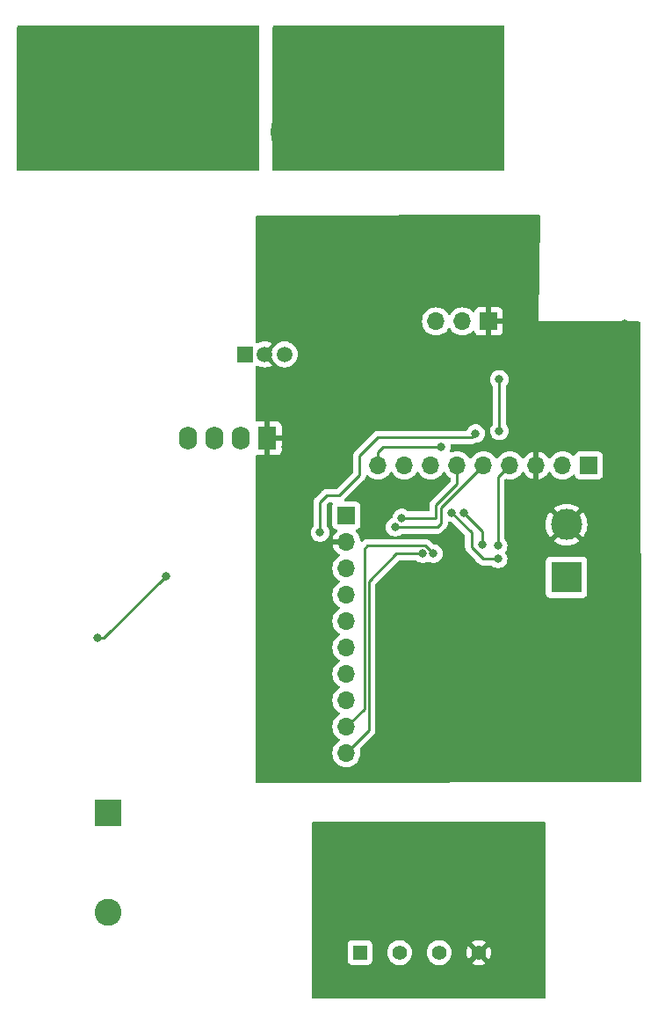
<source format=gbr>
%TF.GenerationSoftware,KiCad,Pcbnew,7.0.5-7.0.5~ubuntu20.04.1*%
%TF.CreationDate,2023-08-05T16:15:12+02:00*%
%TF.ProjectId,diyBMS_CurrentVoltage_ADS1115,64697942-4d53-45f4-9375-7272656e7456,rev?*%
%TF.SameCoordinates,Original*%
%TF.FileFunction,Copper,L2,Bot*%
%TF.FilePolarity,Positive*%
%FSLAX46Y46*%
G04 Gerber Fmt 4.6, Leading zero omitted, Abs format (unit mm)*
G04 Created by KiCad (PCBNEW 7.0.5-7.0.5~ubuntu20.04.1) date 2023-08-05 16:15:12*
%MOMM*%
%LPD*%
G01*
G04 APERTURE LIST*
G04 Aperture macros list*
%AMHorizOval*
0 Thick line with rounded ends*
0 $1 width*
0 $2 $3 position (X,Y) of the first rounded end (center of the circle)*
0 $4 $5 position (X,Y) of the second rounded end (center of the circle)*
0 Add line between two ends*
20,1,$1,$2,$3,$4,$5,0*
0 Add two circle primitives to create the rounded ends*
1,1,$1,$2,$3*
1,1,$1,$4,$5*%
G04 Aperture macros list end*
%TA.AperFunction,ComponentPad*%
%ADD10R,1.400000X1.400000*%
%TD*%
%TA.AperFunction,ComponentPad*%
%ADD11C,1.400000*%
%TD*%
%TA.AperFunction,ComponentPad*%
%ADD12R,1.700000X1.700000*%
%TD*%
%TA.AperFunction,ComponentPad*%
%ADD13O,1.700000X1.700000*%
%TD*%
%TA.AperFunction,ComponentPad*%
%ADD14C,3.200000*%
%TD*%
%TA.AperFunction,ComponentPad*%
%ADD15R,2.600000X2.600000*%
%TD*%
%TA.AperFunction,ComponentPad*%
%ADD16C,2.600000*%
%TD*%
%TA.AperFunction,ComponentPad*%
%ADD17R,1.500000X1.500000*%
%TD*%
%TA.AperFunction,ComponentPad*%
%ADD18C,1.500000*%
%TD*%
%TA.AperFunction,ComponentPad*%
%ADD19HorizOval,0.800000X0.000000X0.000000X0.000000X0.000000X0*%
%TD*%
%TA.AperFunction,ComponentPad*%
%ADD20HorizOval,0.800000X0.000000X0.000000X0.000000X0.000000X0*%
%TD*%
%TA.AperFunction,ComponentPad*%
%ADD21C,0.800000*%
%TD*%
%TA.AperFunction,ComponentPad*%
%ADD22O,9.000000X6.000000*%
%TD*%
%TA.AperFunction,ComponentPad*%
%ADD23R,3.000000X3.000000*%
%TD*%
%TA.AperFunction,ComponentPad*%
%ADD24C,3.000000*%
%TD*%
%TA.AperFunction,ComponentPad*%
%ADD25R,1.750000X2.250000*%
%TD*%
%TA.AperFunction,ComponentPad*%
%ADD26O,1.750000X2.250000*%
%TD*%
%TA.AperFunction,ViaPad*%
%ADD27C,0.800000*%
%TD*%
%TA.AperFunction,Conductor*%
%ADD28C,0.250000*%
%TD*%
G04 APERTURE END LIST*
D10*
%TO.P,J3,1,Pin_1*%
%TO.N,VDD2*%
X57194000Y-96950000D03*
D11*
%TO.P,J3,2,Pin_2*%
%TO.N,A*%
X61004000Y-96950000D03*
%TO.P,J3,3,Pin_3*%
%TO.N,B*%
X64814000Y-96950000D03*
%TO.P,J3,4,Pin_4*%
%TO.N,GND2*%
X68624000Y-96950000D03*
%TD*%
D12*
%TO.P,J8,1,Pin_1*%
%TO.N,GND*%
X69596000Y-36195000D03*
D13*
%TO.P,J8,2,Pin_2*%
%TO.N,PA3*%
X67056000Y-36195000D03*
%TO.P,J8,3,Pin_3*%
%TO.N,PA4*%
X64516000Y-36195000D03*
%TD*%
D14*
%TO.P,J5,1,Pin_1*%
%TO.N,Net-(J5-Pin_1)*%
X35931000Y-9783000D03*
X31496000Y-9783000D03*
X27061000Y-9783000D03*
X35931000Y-14218000D03*
X31496000Y-14218000D03*
X27061000Y-14218000D03*
X35931000Y-18653000D03*
X31496000Y-18653000D03*
X27061000Y-18653000D03*
%TD*%
D12*
%TO.P,J2,1,Pin_1*%
%TO.N,+5V*%
X79248000Y-50038000D03*
D13*
%TO.P,J2,2,Pin_2*%
%TO.N,Net-(J2-Pin_2)*%
X76708000Y-50038000D03*
%TO.P,J2,3,Pin_3*%
%TO.N,GND*%
X74168000Y-50038000D03*
%TO.P,J2,4,Pin_4*%
%TO.N,XDIR*%
X71628000Y-50038000D03*
%TO.P,J2,5,Pin_5*%
%TO.N,SCL*%
X69088000Y-50038000D03*
%TO.P,J2,6,Pin_6*%
%TO.N,SDA*%
X66548000Y-50038000D03*
%TO.P,J2,7,Pin_7*%
%TO.N,TXD*%
X64008000Y-50038000D03*
%TO.P,J2,8,Pin_8*%
%TO.N,RXD*%
X61468000Y-50038000D03*
%TO.P,J2,9,Pin_9*%
%TO.N,PA5*%
X58928000Y-50038000D03*
%TD*%
D15*
%TO.P,J7,1,Pin_1*%
%TO.N,GND1*%
X32865000Y-83505000D03*
D16*
%TO.P,J7,2,Pin_2*%
%TO.N,Net-(J7-Pin_2)*%
X32865000Y-93025000D03*
%TD*%
D17*
%TO.P,U3,1,VCC*%
%TO.N,+5V*%
X46106000Y-39378000D03*
D18*
%TO.P,U3,2,GND*%
%TO.N,GND*%
X48016000Y-39378000D03*
%TO.P,U3,3,VIOUT*%
%TO.N,Net-(U3-VIOUT)*%
X49926000Y-39378000D03*
D19*
%TO.P,U3,4,IP+*%
%TO.N,Net-(J4-Pin_1)*%
X49066000Y-17348000D03*
D20*
X49066000Y-18608000D03*
D21*
X49816000Y-16318000D03*
X49816000Y-19638000D03*
X51016000Y-15928000D03*
X51016000Y-20028000D03*
X52346000Y-15928000D03*
X52346000Y-20028000D03*
D22*
X53016000Y-17978000D03*
D21*
X53686000Y-15928000D03*
X53686000Y-20028000D03*
X55016000Y-15928000D03*
X55016000Y-20028000D03*
X56216000Y-16318000D03*
X56216000Y-19638000D03*
X56966000Y-17348000D03*
X56966000Y-18608000D03*
%TO.P,U3,5,IP-*%
%TO.N,Net-(J5-Pin_1)*%
X39066000Y-17348000D03*
X39066000Y-18608000D03*
X39816000Y-16318000D03*
X39816000Y-19638000D03*
X41016000Y-15928000D03*
X41016000Y-20028000D03*
X42346000Y-15928000D03*
X42346000Y-20028000D03*
D22*
X43016000Y-17978000D03*
D21*
X43686000Y-15928000D03*
X43686000Y-20028000D03*
X45016000Y-15928000D03*
X45016000Y-20028000D03*
X46216000Y-16318000D03*
X46216000Y-19638000D03*
D20*
X46966000Y-17348000D03*
D19*
X46966000Y-18608000D03*
%TD*%
D12*
%TO.P,J1,1,Pin_1*%
%TO.N,+5V*%
X55880000Y-54864000D03*
D13*
%TO.P,J1,2,Pin_2*%
%TO.N,GND*%
X55880000Y-57404000D03*
%TO.P,J1,3,Pin_3*%
%TO.N,SCL*%
X55880000Y-59944000D03*
%TO.P,J1,4,Pin_4*%
%TO.N,SDA*%
X55880000Y-62484000D03*
%TO.P,J1,5,Pin_5*%
%TO.N,Net-(J1-Pin_5)*%
X55880000Y-65024000D03*
%TO.P,J1,6,Pin_6*%
%TO.N,ALERT*%
X55880000Y-67564000D03*
%TO.P,J1,7,Pin_7*%
%TO.N,Net-(J1-Pin_7)*%
X55880000Y-70104000D03*
%TO.P,J1,8,Pin_8*%
%TO.N,Net-(J1-Pin_8)*%
X55880000Y-72644000D03*
%TO.P,J1,9,Pin_9*%
%TO.N,Net-(J1-Pin_9)*%
X55880000Y-75184000D03*
%TO.P,J1,10,Pin_10*%
%TO.N,Net-(J1-Pin_10)*%
X55880000Y-77724000D03*
%TD*%
D23*
%TO.P,J6,1,Pin_1*%
%TO.N,+5V*%
X77089000Y-60833000D03*
D24*
%TO.P,J6,2,Pin_2*%
%TO.N,GND*%
X77089000Y-55753000D03*
%TD*%
D14*
%TO.P,J4,1,Pin_1*%
%TO.N,Net-(J4-Pin_1)*%
X68961000Y-9783000D03*
X64526000Y-9783000D03*
X60091000Y-9783000D03*
X68961000Y-14218000D03*
X64526000Y-14218000D03*
X60091000Y-14218000D03*
X68961000Y-18653000D03*
X64526000Y-18653000D03*
X60091000Y-18653000D03*
%TD*%
D25*
%TO.P,PS1,1,-Vin*%
%TO.N,GND*%
X48260000Y-47433500D03*
D26*
%TO.P,PS1,2,+Vin*%
%TO.N,+5V*%
X45720000Y-47433500D03*
%TO.P,PS1,3,-Vout*%
%TO.N,GND1*%
X43180000Y-47433500D03*
%TO.P,PS1,4,+Vout*%
%TO.N,+5VP*%
X40640000Y-47433500D03*
%TD*%
D27*
%TO.N,GND1*%
X31877000Y-66675000D03*
X38481000Y-60706000D03*
%TO.N,GND*%
X81026000Y-79502000D03*
X82677000Y-36449000D03*
X58166000Y-56134000D03*
X59944000Y-35560000D03*
X49022000Y-27686000D03*
X56134000Y-47752000D03*
X52705000Y-64770000D03*
X71374000Y-71374000D03*
X54864000Y-42672000D03*
X72771000Y-27178000D03*
X65532000Y-67310000D03*
X49784000Y-53848000D03*
X50546000Y-79248000D03*
X59690000Y-73025000D03*
X47625000Y-58928000D03*
X67310000Y-60452000D03*
X68580000Y-74676000D03*
X53848000Y-76708000D03*
X51943000Y-53086000D03*
X50038000Y-60960000D03*
X62485139Y-60567352D03*
X60452000Y-77216000D03*
X50038000Y-48260000D03*
X59563000Y-65786000D03*
%TO.N,GND2*%
X67818000Y-89408000D03*
X60706000Y-87630000D03*
%TO.N,SCL*%
X70612000Y-46736000D03*
X60579000Y-56007000D03*
X70612000Y-41783000D03*
%TO.N,SDA*%
X61214000Y-55118000D03*
%TO.N,TXD*%
X67183000Y-54610000D03*
X68961000Y-57658000D03*
%TO.N,RXD*%
X70485000Y-59055000D03*
X66040000Y-54610000D03*
%TO.N,PA5*%
X65024000Y-48260000D03*
%TO.N,ALERT*%
X53340000Y-56515000D03*
X68326000Y-46990000D03*
%TO.N,XDIR*%
X70485000Y-57785000D03*
%TO.N,Net-(J1-Pin_9)*%
X64262000Y-58547000D03*
%TO.N,Net-(J1-Pin_10)*%
X63246000Y-58547000D03*
%TD*%
D28*
%TO.N,GND1*%
X32512000Y-66675000D02*
X38481000Y-60706000D01*
X31877000Y-66675000D02*
X32512000Y-66675000D01*
%TO.N,SCL*%
X60579000Y-56007000D02*
X64643000Y-56007000D01*
X65024000Y-55626000D02*
X65024000Y-54102000D01*
X64643000Y-56007000D02*
X65024000Y-55626000D01*
X70612000Y-41783000D02*
X70612000Y-46736000D01*
X65024000Y-54102000D02*
X69088000Y-50038000D01*
%TO.N,SDA*%
X64516000Y-55118000D02*
X61214000Y-55118000D01*
X64516000Y-53857305D02*
X64516000Y-55118000D01*
X66548000Y-50038000D02*
X66548000Y-51825305D01*
X66548000Y-51825305D02*
X64516000Y-53857305D01*
%TO.N,TXD*%
X67183000Y-54610000D02*
X68961000Y-56388000D01*
X68961000Y-56388000D02*
X68961000Y-57658000D01*
%TO.N,RXD*%
X70485000Y-59055000D02*
X69088000Y-59055000D01*
X69088000Y-59055000D02*
X67945000Y-57912000D01*
X67945000Y-57912000D02*
X67945000Y-56515000D01*
X67945000Y-56515000D02*
X66040000Y-54610000D01*
%TO.N,PA5*%
X59436000Y-48260000D02*
X65024000Y-48260000D01*
X58928000Y-50292000D02*
X58928000Y-48768000D01*
X58928000Y-48768000D02*
X59436000Y-48260000D01*
%TO.N,ALERT*%
X68326000Y-46990000D02*
X67945000Y-47371000D01*
X55155000Y-52973695D02*
X57150000Y-50978695D01*
X53340000Y-56515000D02*
X53340000Y-53594000D01*
X53340000Y-53594000D02*
X53960305Y-52973695D01*
X57150000Y-49149000D02*
X57150000Y-50927000D01*
X57150000Y-50978695D02*
X57150000Y-50927000D01*
X58928000Y-47371000D02*
X57150000Y-49149000D01*
X53960305Y-52973695D02*
X55155000Y-52973695D01*
X67945000Y-47371000D02*
X58928000Y-47371000D01*
%TO.N,XDIR*%
X70485000Y-57785000D02*
X70485000Y-51181000D01*
X70485000Y-51181000D02*
X71628000Y-50038000D01*
%TO.N,Net-(J1-Pin_9)*%
X57589000Y-73475000D02*
X55880000Y-75184000D01*
X57589000Y-58108000D02*
X57589000Y-73475000D01*
X64262000Y-58537694D02*
X63509305Y-57785000D01*
X63509305Y-57785000D02*
X57912000Y-57785000D01*
X57912000Y-57785000D02*
X57589000Y-58108000D01*
%TO.N,Net-(J1-Pin_10)*%
X58039000Y-61214000D02*
X58039000Y-75565000D01*
X63246000Y-58547000D02*
X60706000Y-58547000D01*
X60706000Y-58547000D02*
X58039000Y-61214000D01*
X58039000Y-75565000D02*
X55880000Y-77724000D01*
%TD*%
%TA.AperFunction,Conductor*%
%TO.N,GND2*%
G36*
X75000039Y-84347685D02*
G01*
X75045794Y-84400489D01*
X75057000Y-84452000D01*
X75057000Y-101222000D01*
X75037315Y-101289039D01*
X74984511Y-101334794D01*
X74933000Y-101346000D01*
X52702000Y-101346000D01*
X52634961Y-101326315D01*
X52589206Y-101273511D01*
X52578000Y-101222000D01*
X52578000Y-97697870D01*
X55993500Y-97697870D01*
X55993501Y-97697876D01*
X55999908Y-97757483D01*
X56050202Y-97892328D01*
X56050206Y-97892335D01*
X56136452Y-98007544D01*
X56136455Y-98007547D01*
X56251664Y-98093793D01*
X56251671Y-98093797D01*
X56386517Y-98144091D01*
X56386516Y-98144091D01*
X56393444Y-98144835D01*
X56446127Y-98150500D01*
X57941872Y-98150499D01*
X58001483Y-98144091D01*
X58136331Y-98093796D01*
X58251546Y-98007546D01*
X58337796Y-97892331D01*
X58388091Y-97757483D01*
X58394500Y-97697873D01*
X58394499Y-96950000D01*
X59798357Y-96950000D01*
X59818884Y-97171535D01*
X59818885Y-97171537D01*
X59879769Y-97385523D01*
X59879775Y-97385538D01*
X59978938Y-97584683D01*
X59978943Y-97584691D01*
X60113020Y-97762238D01*
X60277437Y-97912123D01*
X60277439Y-97912125D01*
X60466595Y-98029245D01*
X60466596Y-98029245D01*
X60466599Y-98029247D01*
X60674060Y-98109618D01*
X60892757Y-98150500D01*
X60892759Y-98150500D01*
X61115241Y-98150500D01*
X61115243Y-98150500D01*
X61333940Y-98109618D01*
X61541401Y-98029247D01*
X61730562Y-97912124D01*
X61894981Y-97762236D01*
X62029058Y-97584689D01*
X62128229Y-97385528D01*
X62189115Y-97171536D01*
X62209643Y-96950000D01*
X63608357Y-96950000D01*
X63628884Y-97171535D01*
X63628885Y-97171537D01*
X63689769Y-97385523D01*
X63689775Y-97385538D01*
X63788938Y-97584683D01*
X63788943Y-97584691D01*
X63923020Y-97762238D01*
X64087437Y-97912123D01*
X64087439Y-97912125D01*
X64276595Y-98029245D01*
X64276596Y-98029245D01*
X64276599Y-98029247D01*
X64484060Y-98109618D01*
X64702757Y-98150500D01*
X64702759Y-98150500D01*
X64925241Y-98150500D01*
X64925243Y-98150500D01*
X65143940Y-98109618D01*
X65351401Y-98029247D01*
X65468278Y-97956880D01*
X67970672Y-97956880D01*
X68086821Y-98028797D01*
X68086822Y-98028798D01*
X68294195Y-98109134D01*
X68512807Y-98150000D01*
X68735193Y-98150000D01*
X68953809Y-98109133D01*
X69161168Y-98028801D01*
X69161181Y-98028795D01*
X69277326Y-97956879D01*
X68624001Y-97303553D01*
X68624000Y-97303553D01*
X67970672Y-97956879D01*
X67970672Y-97956880D01*
X65468278Y-97956880D01*
X65540562Y-97912124D01*
X65704981Y-97762236D01*
X65839058Y-97584689D01*
X65938229Y-97385528D01*
X65999115Y-97171536D01*
X66019643Y-96950000D01*
X67418859Y-96950000D01*
X67439378Y-97171439D01*
X67500240Y-97385350D01*
X67599369Y-97584428D01*
X67615137Y-97605308D01*
X67615138Y-97605308D01*
X68241145Y-96979302D01*
X68270372Y-96979302D01*
X68299047Y-97092538D01*
X68362936Y-97190327D01*
X68455115Y-97262072D01*
X68565595Y-97300000D01*
X68653005Y-97300000D01*
X68739216Y-97285614D01*
X68841947Y-97230019D01*
X68921060Y-97144079D01*
X68967982Y-97037108D01*
X68975200Y-96950000D01*
X68977553Y-96950000D01*
X69632861Y-97605308D01*
X69648631Y-97584425D01*
X69648633Y-97584422D01*
X69747759Y-97385350D01*
X69808621Y-97171439D01*
X69829141Y-96950000D01*
X69829141Y-96949999D01*
X69808621Y-96728560D01*
X69747759Y-96514649D01*
X69648635Y-96315580D01*
X69648630Y-96315572D01*
X69632860Y-96294690D01*
X68977553Y-96949999D01*
X68977553Y-96950000D01*
X68975200Y-96950000D01*
X68977628Y-96920698D01*
X68948953Y-96807462D01*
X68885064Y-96709673D01*
X68792885Y-96637928D01*
X68682405Y-96600000D01*
X68594995Y-96600000D01*
X68508784Y-96614386D01*
X68406053Y-96669981D01*
X68326940Y-96755921D01*
X68280018Y-96862892D01*
X68270372Y-96979302D01*
X68241145Y-96979302D01*
X68270447Y-96950000D01*
X68270447Y-96949999D01*
X67615138Y-96294691D01*
X67615137Y-96294691D01*
X67599368Y-96315574D01*
X67500240Y-96514649D01*
X67439378Y-96728560D01*
X67418859Y-96949999D01*
X67418859Y-96950000D01*
X66019643Y-96950000D01*
X65999115Y-96728464D01*
X65938229Y-96514472D01*
X65839188Y-96315572D01*
X65839061Y-96315316D01*
X65839056Y-96315308D01*
X65704979Y-96137761D01*
X65540562Y-95987876D01*
X65540560Y-95987874D01*
X65468278Y-95943119D01*
X67970671Y-95943119D01*
X68624000Y-96596447D01*
X68624001Y-96596447D01*
X69277327Y-95943119D01*
X69161178Y-95871202D01*
X69161177Y-95871201D01*
X68953804Y-95790865D01*
X68735193Y-95750000D01*
X68512807Y-95750000D01*
X68294195Y-95790865D01*
X68086824Y-95871200D01*
X68086823Y-95871201D01*
X67970671Y-95943119D01*
X65468278Y-95943119D01*
X65351404Y-95870754D01*
X65351398Y-95870752D01*
X65143940Y-95790382D01*
X64925243Y-95749500D01*
X64702757Y-95749500D01*
X64484060Y-95790382D01*
X64443219Y-95806204D01*
X64276601Y-95870752D01*
X64276595Y-95870754D01*
X64087439Y-95987874D01*
X64087437Y-95987876D01*
X63923020Y-96137761D01*
X63788943Y-96315308D01*
X63788938Y-96315316D01*
X63689775Y-96514461D01*
X63689769Y-96514476D01*
X63628885Y-96728462D01*
X63628884Y-96728464D01*
X63608357Y-96949999D01*
X63608357Y-96950000D01*
X62209643Y-96950000D01*
X62189115Y-96728464D01*
X62128229Y-96514472D01*
X62029188Y-96315572D01*
X62029061Y-96315316D01*
X62029056Y-96315308D01*
X61894979Y-96137761D01*
X61730562Y-95987876D01*
X61730560Y-95987874D01*
X61541404Y-95870754D01*
X61541398Y-95870752D01*
X61333940Y-95790382D01*
X61115243Y-95749500D01*
X60892757Y-95749500D01*
X60674060Y-95790382D01*
X60633219Y-95806204D01*
X60466601Y-95870752D01*
X60466595Y-95870754D01*
X60277439Y-95987874D01*
X60277437Y-95987876D01*
X60113020Y-96137761D01*
X59978943Y-96315308D01*
X59978938Y-96315316D01*
X59879775Y-96514461D01*
X59879769Y-96514476D01*
X59818885Y-96728462D01*
X59818884Y-96728464D01*
X59798357Y-96949999D01*
X59798357Y-96950000D01*
X58394499Y-96950000D01*
X58394499Y-96202128D01*
X58388091Y-96142517D01*
X58386318Y-96137764D01*
X58337797Y-96007671D01*
X58337793Y-96007664D01*
X58251547Y-95892455D01*
X58251544Y-95892452D01*
X58136335Y-95806206D01*
X58136328Y-95806202D01*
X58001482Y-95755908D01*
X58001483Y-95755908D01*
X57941883Y-95749501D01*
X57941881Y-95749500D01*
X57941873Y-95749500D01*
X57941864Y-95749500D01*
X56446129Y-95749500D01*
X56446123Y-95749501D01*
X56386516Y-95755908D01*
X56251671Y-95806202D01*
X56251664Y-95806206D01*
X56136455Y-95892452D01*
X56136452Y-95892455D01*
X56050206Y-96007664D01*
X56050202Y-96007671D01*
X55999908Y-96142517D01*
X55993501Y-96202116D01*
X55993501Y-96202123D01*
X55993500Y-96202135D01*
X55993500Y-97697870D01*
X52578000Y-97697870D01*
X52578000Y-84452000D01*
X52597685Y-84384961D01*
X52650489Y-84339206D01*
X52702000Y-84328000D01*
X74933000Y-84328000D01*
X75000039Y-84347685D01*
G37*
%TD.AperFunction*%
%TD*%
%TA.AperFunction,Conductor*%
%TO.N,GND*%
G36*
X74490132Y-25961259D02*
G01*
X74536067Y-26013907D01*
X74547439Y-26067339D01*
X74421999Y-36194999D01*
X74422000Y-36195000D01*
X84077355Y-36195000D01*
X84144394Y-36214685D01*
X84190149Y-36267489D01*
X84201354Y-36318645D01*
X84327644Y-80394068D01*
X84308152Y-80461163D01*
X84255479Y-80507069D01*
X84204068Y-80518422D01*
X47241423Y-80644575D01*
X47174317Y-80625120D01*
X47128382Y-80572472D01*
X47117000Y-80520576D01*
X47117000Y-56515000D01*
X52434540Y-56515000D01*
X52454326Y-56703256D01*
X52454327Y-56703259D01*
X52512818Y-56883277D01*
X52512821Y-56883284D01*
X52607467Y-57047216D01*
X52711081Y-57162291D01*
X52734129Y-57187888D01*
X52887265Y-57299148D01*
X52887270Y-57299151D01*
X53060192Y-57376142D01*
X53060197Y-57376144D01*
X53245354Y-57415500D01*
X53245355Y-57415500D01*
X53434644Y-57415500D01*
X53434646Y-57415500D01*
X53619803Y-57376144D01*
X53792730Y-57299151D01*
X53945871Y-57187888D01*
X54072533Y-57047216D01*
X54167179Y-56883284D01*
X54225674Y-56703256D01*
X54245460Y-56515000D01*
X54225674Y-56326744D01*
X54167179Y-56146716D01*
X54072533Y-55982784D01*
X54054499Y-55962755D01*
X53997350Y-55899284D01*
X53967120Y-55836292D01*
X53965500Y-55816312D01*
X53965500Y-53904451D01*
X53985185Y-53837412D01*
X54001819Y-53816770D01*
X54183076Y-53635514D01*
X54244399Y-53602029D01*
X54270757Y-53599195D01*
X54471939Y-53599195D01*
X54538978Y-53618880D01*
X54584733Y-53671684D01*
X54594677Y-53740842D01*
X54588121Y-53766528D01*
X54535908Y-53906517D01*
X54529501Y-53966116D01*
X54529501Y-53966123D01*
X54529500Y-53966135D01*
X54529500Y-55761870D01*
X54529501Y-55761876D01*
X54535908Y-55821483D01*
X54586202Y-55956328D01*
X54586206Y-55956335D01*
X54672452Y-56071544D01*
X54672455Y-56071547D01*
X54787664Y-56157793D01*
X54787671Y-56157797D01*
X54787674Y-56157798D01*
X54919598Y-56207002D01*
X54975531Y-56248873D01*
X54999949Y-56314337D01*
X54985098Y-56382610D01*
X54963947Y-56410865D01*
X54841886Y-56532926D01*
X54706400Y-56726420D01*
X54706399Y-56726422D01*
X54606570Y-56940507D01*
X54606567Y-56940513D01*
X54549364Y-57153999D01*
X54549364Y-57154000D01*
X55446314Y-57154000D01*
X55420507Y-57194156D01*
X55380000Y-57332111D01*
X55380000Y-57475889D01*
X55420507Y-57613844D01*
X55446314Y-57654000D01*
X54549364Y-57654000D01*
X54606567Y-57867486D01*
X54606570Y-57867492D01*
X54706399Y-58081578D01*
X54841894Y-58275082D01*
X55008917Y-58442105D01*
X55194595Y-58572119D01*
X55238219Y-58626696D01*
X55245412Y-58696195D01*
X55213890Y-58758549D01*
X55194595Y-58775269D01*
X55008594Y-58905508D01*
X54841505Y-59072597D01*
X54705965Y-59266169D01*
X54705964Y-59266171D01*
X54606098Y-59480335D01*
X54606094Y-59480344D01*
X54544938Y-59708586D01*
X54544936Y-59708596D01*
X54524341Y-59943999D01*
X54524341Y-59944000D01*
X54544936Y-60179403D01*
X54544938Y-60179413D01*
X54606094Y-60407655D01*
X54606096Y-60407659D01*
X54606097Y-60407663D01*
X54705964Y-60621830D01*
X54705965Y-60621830D01*
X54705967Y-60621834D01*
X54841501Y-60815395D01*
X54841506Y-60815402D01*
X55008597Y-60982493D01*
X55008603Y-60982498D01*
X55194158Y-61112425D01*
X55237783Y-61167002D01*
X55244977Y-61236500D01*
X55213454Y-61298855D01*
X55194158Y-61315575D01*
X55008597Y-61445505D01*
X54841505Y-61612597D01*
X54705965Y-61806169D01*
X54705964Y-61806171D01*
X54606098Y-62020335D01*
X54606094Y-62020344D01*
X54544938Y-62248586D01*
X54544936Y-62248596D01*
X54524341Y-62483999D01*
X54524341Y-62484000D01*
X54544936Y-62719403D01*
X54544938Y-62719413D01*
X54606094Y-62947655D01*
X54606096Y-62947659D01*
X54606097Y-62947663D01*
X54705964Y-63161830D01*
X54705965Y-63161830D01*
X54705967Y-63161834D01*
X54841501Y-63355395D01*
X54841506Y-63355402D01*
X55008597Y-63522493D01*
X55008603Y-63522498D01*
X55194158Y-63652425D01*
X55237783Y-63707002D01*
X55244977Y-63776500D01*
X55213454Y-63838855D01*
X55194158Y-63855575D01*
X55008597Y-63985505D01*
X54841505Y-64152597D01*
X54705965Y-64346169D01*
X54705964Y-64346171D01*
X54606098Y-64560335D01*
X54606094Y-64560344D01*
X54544938Y-64788586D01*
X54544936Y-64788596D01*
X54524341Y-65023999D01*
X54524341Y-65024000D01*
X54544936Y-65259403D01*
X54544938Y-65259413D01*
X54606094Y-65487655D01*
X54606096Y-65487659D01*
X54606097Y-65487663D01*
X54705964Y-65701829D01*
X54705965Y-65701830D01*
X54705967Y-65701834D01*
X54841501Y-65895395D01*
X54841506Y-65895402D01*
X55008597Y-66062493D01*
X55008603Y-66062498D01*
X55194158Y-66192425D01*
X55237783Y-66247002D01*
X55244977Y-66316500D01*
X55213454Y-66378855D01*
X55194158Y-66395575D01*
X55008597Y-66525505D01*
X54841505Y-66692597D01*
X54705965Y-66886169D01*
X54705964Y-66886171D01*
X54606098Y-67100335D01*
X54606094Y-67100344D01*
X54544938Y-67328586D01*
X54544936Y-67328596D01*
X54524341Y-67563999D01*
X54524341Y-67564000D01*
X54544936Y-67799403D01*
X54544938Y-67799413D01*
X54606094Y-68027655D01*
X54606096Y-68027659D01*
X54606097Y-68027663D01*
X54705964Y-68241830D01*
X54705965Y-68241830D01*
X54705967Y-68241834D01*
X54841501Y-68435395D01*
X54841506Y-68435402D01*
X55008597Y-68602493D01*
X55008603Y-68602498D01*
X55194158Y-68732425D01*
X55237783Y-68787002D01*
X55244977Y-68856500D01*
X55213454Y-68918855D01*
X55194158Y-68935575D01*
X55008597Y-69065505D01*
X54841505Y-69232597D01*
X54705965Y-69426169D01*
X54705964Y-69426171D01*
X54606098Y-69640335D01*
X54606094Y-69640344D01*
X54544938Y-69868586D01*
X54544936Y-69868596D01*
X54524341Y-70103999D01*
X54524341Y-70104000D01*
X54544936Y-70339403D01*
X54544938Y-70339413D01*
X54606094Y-70567655D01*
X54606096Y-70567659D01*
X54606097Y-70567663D01*
X54705964Y-70781830D01*
X54705965Y-70781830D01*
X54705967Y-70781834D01*
X54841501Y-70975395D01*
X54841506Y-70975402D01*
X55008597Y-71142493D01*
X55008603Y-71142498D01*
X55194158Y-71272425D01*
X55237783Y-71327002D01*
X55244977Y-71396500D01*
X55213454Y-71458855D01*
X55194158Y-71475575D01*
X55008597Y-71605505D01*
X54841505Y-71772597D01*
X54705965Y-71966169D01*
X54705964Y-71966171D01*
X54606098Y-72180335D01*
X54606094Y-72180344D01*
X54544938Y-72408586D01*
X54544936Y-72408596D01*
X54524341Y-72643999D01*
X54524341Y-72644000D01*
X54544936Y-72879403D01*
X54544938Y-72879413D01*
X54606094Y-73107655D01*
X54606096Y-73107659D01*
X54606097Y-73107663D01*
X54705964Y-73321829D01*
X54705965Y-73321830D01*
X54705967Y-73321834D01*
X54841501Y-73515395D01*
X54841506Y-73515402D01*
X55008597Y-73682493D01*
X55008603Y-73682498D01*
X55194158Y-73812425D01*
X55237783Y-73867002D01*
X55244977Y-73936500D01*
X55213454Y-73998855D01*
X55194158Y-74015575D01*
X55008597Y-74145505D01*
X54841505Y-74312597D01*
X54705965Y-74506169D01*
X54705964Y-74506171D01*
X54606098Y-74720335D01*
X54606094Y-74720344D01*
X54544938Y-74948586D01*
X54544936Y-74948596D01*
X54524341Y-75183999D01*
X54524341Y-75184000D01*
X54544936Y-75419403D01*
X54544938Y-75419413D01*
X54606094Y-75647655D01*
X54606096Y-75647659D01*
X54606097Y-75647663D01*
X54694814Y-75837917D01*
X54705965Y-75861830D01*
X54705967Y-75861834D01*
X54841501Y-76055395D01*
X54841506Y-76055402D01*
X55008597Y-76222493D01*
X55008603Y-76222498D01*
X55194158Y-76352425D01*
X55237783Y-76407002D01*
X55244977Y-76476500D01*
X55213454Y-76538855D01*
X55194158Y-76555575D01*
X55008597Y-76685505D01*
X54841505Y-76852597D01*
X54705965Y-77046169D01*
X54705964Y-77046171D01*
X54606098Y-77260335D01*
X54606094Y-77260344D01*
X54544938Y-77488586D01*
X54544936Y-77488596D01*
X54524341Y-77723999D01*
X54524341Y-77724000D01*
X54544936Y-77959403D01*
X54544938Y-77959413D01*
X54606094Y-78187655D01*
X54606096Y-78187659D01*
X54606097Y-78187663D01*
X54705964Y-78401830D01*
X54705965Y-78401830D01*
X54705967Y-78401834D01*
X54814281Y-78556521D01*
X54841505Y-78595401D01*
X55008599Y-78762495D01*
X55105384Y-78830264D01*
X55202165Y-78898032D01*
X55202167Y-78898033D01*
X55202170Y-78898035D01*
X55416337Y-78997903D01*
X55644592Y-79059063D01*
X55832918Y-79075539D01*
X55879999Y-79079659D01*
X55880000Y-79079659D01*
X55880001Y-79079659D01*
X55919234Y-79076226D01*
X56115408Y-79059063D01*
X56343663Y-78997903D01*
X56557830Y-78898035D01*
X56751401Y-78762495D01*
X56918495Y-78595401D01*
X57054035Y-78401830D01*
X57153903Y-78187663D01*
X57215063Y-77959408D01*
X57235659Y-77724000D01*
X57215063Y-77488592D01*
X57188142Y-77388125D01*
X57189806Y-77318276D01*
X57220235Y-77268353D01*
X58422787Y-76065802D01*
X58435042Y-76055986D01*
X58434859Y-76055764D01*
X58440868Y-76050791D01*
X58440877Y-76050786D01*
X58487607Y-76001022D01*
X58488846Y-75999743D01*
X58509120Y-75979471D01*
X58513379Y-75973978D01*
X58517152Y-75969561D01*
X58549062Y-75935582D01*
X58558713Y-75918024D01*
X58569396Y-75901761D01*
X58581673Y-75885936D01*
X58600185Y-75843153D01*
X58602738Y-75837941D01*
X58625197Y-75797092D01*
X58630180Y-75777680D01*
X58636481Y-75759280D01*
X58644437Y-75740896D01*
X58651729Y-75694852D01*
X58652906Y-75689171D01*
X58664500Y-75644019D01*
X58664500Y-75623982D01*
X58666027Y-75604582D01*
X58669160Y-75584804D01*
X58664775Y-75538415D01*
X58664500Y-75532577D01*
X58664500Y-62380870D01*
X75088500Y-62380870D01*
X75088501Y-62380876D01*
X75094908Y-62440483D01*
X75145202Y-62575328D01*
X75145206Y-62575335D01*
X75231452Y-62690544D01*
X75231455Y-62690547D01*
X75346664Y-62776793D01*
X75346671Y-62776797D01*
X75481517Y-62827091D01*
X75481516Y-62827091D01*
X75488444Y-62827835D01*
X75541127Y-62833500D01*
X78636872Y-62833499D01*
X78696483Y-62827091D01*
X78831331Y-62776796D01*
X78946546Y-62690546D01*
X79032796Y-62575331D01*
X79083091Y-62440483D01*
X79089500Y-62380873D01*
X79089499Y-59285128D01*
X79083091Y-59225517D01*
X79080990Y-59219885D01*
X79032797Y-59090671D01*
X79032793Y-59090664D01*
X78946547Y-58975455D01*
X78946544Y-58975452D01*
X78831335Y-58889206D01*
X78831328Y-58889202D01*
X78696482Y-58838908D01*
X78696483Y-58838908D01*
X78636883Y-58832501D01*
X78636881Y-58832500D01*
X78636873Y-58832500D01*
X78636864Y-58832500D01*
X75541129Y-58832500D01*
X75541123Y-58832501D01*
X75481516Y-58838908D01*
X75346671Y-58889202D01*
X75346664Y-58889206D01*
X75231455Y-58975452D01*
X75231452Y-58975455D01*
X75145206Y-59090664D01*
X75145202Y-59090671D01*
X75094908Y-59225517D01*
X75093001Y-59243259D01*
X75088501Y-59285123D01*
X75088500Y-59285135D01*
X75088500Y-62380870D01*
X58664500Y-62380870D01*
X58664500Y-61524452D01*
X58684185Y-61457413D01*
X58700819Y-61436771D01*
X60928771Y-59208819D01*
X60990094Y-59175334D01*
X61016452Y-59172500D01*
X62542252Y-59172500D01*
X62609291Y-59192185D01*
X62634400Y-59213526D01*
X62640126Y-59219885D01*
X62640130Y-59219889D01*
X62793265Y-59331148D01*
X62793270Y-59331151D01*
X62966192Y-59408142D01*
X62966197Y-59408144D01*
X63151354Y-59447500D01*
X63151355Y-59447500D01*
X63340644Y-59447500D01*
X63340646Y-59447500D01*
X63525803Y-59408144D01*
X63698730Y-59331151D01*
X63698734Y-59331148D01*
X63703563Y-59328998D01*
X63772813Y-59319712D01*
X63804437Y-59328998D01*
X63809265Y-59331148D01*
X63809270Y-59331151D01*
X63982197Y-59408144D01*
X64167354Y-59447500D01*
X64167355Y-59447500D01*
X64356644Y-59447500D01*
X64356646Y-59447500D01*
X64541803Y-59408144D01*
X64714730Y-59331151D01*
X64867871Y-59219888D01*
X64994533Y-59079216D01*
X65089179Y-58915284D01*
X65147674Y-58735256D01*
X65167460Y-58547000D01*
X65147674Y-58358744D01*
X65089179Y-58178716D01*
X64994533Y-58014784D01*
X64867871Y-57874112D01*
X64867870Y-57874111D01*
X64714734Y-57762851D01*
X64714729Y-57762848D01*
X64541807Y-57685857D01*
X64541802Y-57685855D01*
X64391931Y-57654000D01*
X64356646Y-57646500D01*
X64356645Y-57646500D01*
X64306758Y-57646500D01*
X64239719Y-57626815D01*
X64219077Y-57610181D01*
X64010106Y-57401210D01*
X64000282Y-57388949D01*
X64000062Y-57389132D01*
X63995091Y-57383123D01*
X63945355Y-57336417D01*
X63943956Y-57335061D01*
X63923777Y-57314882D01*
X63923778Y-57314882D01*
X63918297Y-57310630D01*
X63913866Y-57306846D01*
X63879887Y-57274938D01*
X63879884Y-57274936D01*
X63879885Y-57274936D01*
X63862330Y-57265285D01*
X63846074Y-57254607D01*
X63843491Y-57252603D01*
X63830241Y-57242326D01*
X63787458Y-57223812D01*
X63782231Y-57221251D01*
X63741397Y-57198803D01*
X63741396Y-57198802D01*
X63721988Y-57193818D01*
X63703593Y-57187520D01*
X63685203Y-57179563D01*
X63685198Y-57179561D01*
X63639176Y-57172272D01*
X63633455Y-57171087D01*
X63588324Y-57159500D01*
X63568289Y-57159500D01*
X63548891Y-57157973D01*
X63541467Y-57156797D01*
X63529110Y-57154840D01*
X63529109Y-57154840D01*
X63482721Y-57159225D01*
X63476883Y-57159500D01*
X57994743Y-57159500D01*
X57979122Y-57157775D01*
X57979096Y-57158061D01*
X57971333Y-57157326D01*
X57903153Y-57159469D01*
X57901206Y-57159500D01*
X57872649Y-57159500D01*
X57865766Y-57160369D01*
X57859949Y-57160826D01*
X57813373Y-57162290D01*
X57794129Y-57167881D01*
X57775079Y-57171825D01*
X57755211Y-57174334D01*
X57711884Y-57191488D01*
X57706358Y-57193379D01*
X57661614Y-57206379D01*
X57661610Y-57206381D01*
X57644366Y-57216579D01*
X57626905Y-57225133D01*
X57608274Y-57232510D01*
X57608262Y-57232517D01*
X57570570Y-57259902D01*
X57565687Y-57263109D01*
X57525580Y-57286829D01*
X57511415Y-57300994D01*
X57496623Y-57313628D01*
X57480412Y-57325405D01*
X57450706Y-57361313D01*
X57446774Y-57365634D01*
X57437127Y-57375280D01*
X57375804Y-57408765D01*
X57306112Y-57403781D01*
X57250179Y-57361909D01*
X57225918Y-57298406D01*
X57214569Y-57168684D01*
X57214567Y-57168673D01*
X57153433Y-56940516D01*
X57153429Y-56940507D01*
X57053600Y-56726422D01*
X57053599Y-56726420D01*
X56918113Y-56532926D01*
X56918108Y-56532920D01*
X56796053Y-56410865D01*
X56762568Y-56349542D01*
X56767552Y-56279850D01*
X56809424Y-56223917D01*
X56840400Y-56207002D01*
X56972331Y-56157796D01*
X57087546Y-56071546D01*
X57173796Y-55956331D01*
X57224091Y-55821483D01*
X57230500Y-55761873D01*
X57230499Y-53966128D01*
X57225299Y-53917757D01*
X57224091Y-53906516D01*
X57173797Y-53771671D01*
X57173793Y-53771664D01*
X57087547Y-53656455D01*
X57087544Y-53656452D01*
X56972335Y-53570206D01*
X56972328Y-53570202D01*
X56837482Y-53519908D01*
X56837483Y-53519908D01*
X56777883Y-53513501D01*
X56777881Y-53513500D01*
X56777873Y-53513500D01*
X56777865Y-53513500D01*
X55799146Y-53513500D01*
X55732107Y-53493815D01*
X55686352Y-53441011D01*
X55676408Y-53371853D01*
X55705433Y-53308297D01*
X55711465Y-53301819D01*
X56564687Y-52448597D01*
X57533788Y-51479496D01*
X57546042Y-51469681D01*
X57545859Y-51469459D01*
X57551868Y-51464486D01*
X57551877Y-51464481D01*
X57598607Y-51414717D01*
X57599846Y-51413438D01*
X57620120Y-51393166D01*
X57624379Y-51387673D01*
X57628152Y-51383256D01*
X57660062Y-51349277D01*
X57669715Y-51331715D01*
X57680389Y-51315465D01*
X57692673Y-51299631D01*
X57711180Y-51256862D01*
X57713749Y-51251619D01*
X57722096Y-51236436D01*
X57736197Y-51210787D01*
X57741177Y-51191386D01*
X57747478Y-51172983D01*
X57755438Y-51154591D01*
X57762730Y-51108544D01*
X57763908Y-51102859D01*
X57775028Y-51059550D01*
X57810767Y-50999513D01*
X57873291Y-50968329D01*
X57942750Y-50975897D01*
X57982813Y-51002709D01*
X58056599Y-51076495D01*
X58153384Y-51144264D01*
X58250165Y-51212032D01*
X58250167Y-51212033D01*
X58250170Y-51212035D01*
X58464337Y-51311903D01*
X58464343Y-51311904D01*
X58464344Y-51311905D01*
X58506383Y-51323169D01*
X58692592Y-51373063D01*
X58869034Y-51388500D01*
X58927999Y-51393659D01*
X58928000Y-51393659D01*
X58928001Y-51393659D01*
X58986966Y-51388500D01*
X59163408Y-51373063D01*
X59391663Y-51311903D01*
X59605830Y-51212035D01*
X59799401Y-51076495D01*
X59966495Y-50909401D01*
X60096424Y-50723842D01*
X60151002Y-50680217D01*
X60220500Y-50673023D01*
X60282855Y-50704546D01*
X60299575Y-50723842D01*
X60429281Y-50909082D01*
X60429505Y-50909401D01*
X60596599Y-51076495D01*
X60693384Y-51144264D01*
X60790165Y-51212032D01*
X60790167Y-51212033D01*
X60790170Y-51212035D01*
X61004337Y-51311903D01*
X61004343Y-51311904D01*
X61004344Y-51311905D01*
X61046383Y-51323169D01*
X61232592Y-51373063D01*
X61409034Y-51388500D01*
X61467999Y-51393659D01*
X61468000Y-51393659D01*
X61468001Y-51393659D01*
X61526966Y-51388500D01*
X61703408Y-51373063D01*
X61931663Y-51311903D01*
X62145830Y-51212035D01*
X62339401Y-51076495D01*
X62506495Y-50909401D01*
X62636424Y-50723842D01*
X62691002Y-50680217D01*
X62760500Y-50673023D01*
X62822855Y-50704546D01*
X62839575Y-50723842D01*
X62969281Y-50909082D01*
X62969505Y-50909401D01*
X63136599Y-51076495D01*
X63233384Y-51144264D01*
X63330165Y-51212032D01*
X63330167Y-51212033D01*
X63330170Y-51212035D01*
X63544337Y-51311903D01*
X63544343Y-51311904D01*
X63544344Y-51311905D01*
X63586383Y-51323169D01*
X63772592Y-51373063D01*
X63949034Y-51388500D01*
X64007999Y-51393659D01*
X64008000Y-51393659D01*
X64008001Y-51393659D01*
X64066966Y-51388500D01*
X64243408Y-51373063D01*
X64471663Y-51311903D01*
X64685830Y-51212035D01*
X64879401Y-51076495D01*
X65046495Y-50909401D01*
X65176424Y-50723842D01*
X65231002Y-50680217D01*
X65300500Y-50673023D01*
X65362855Y-50704546D01*
X65379575Y-50723842D01*
X65509281Y-50909082D01*
X65509505Y-50909401D01*
X65676599Y-51076495D01*
X65869624Y-51211653D01*
X65913248Y-51266228D01*
X65922500Y-51313226D01*
X65922500Y-51514851D01*
X65902815Y-51581890D01*
X65886181Y-51602532D01*
X64132208Y-53356504D01*
X64119951Y-53366325D01*
X64120134Y-53366546D01*
X64114122Y-53371519D01*
X64067432Y-53421237D01*
X64066079Y-53422634D01*
X64045889Y-53442824D01*
X64045877Y-53442837D01*
X64041621Y-53448322D01*
X64037837Y-53452752D01*
X64005937Y-53486723D01*
X64005936Y-53486725D01*
X63996284Y-53504281D01*
X63985610Y-53520531D01*
X63973329Y-53536366D01*
X63973324Y-53536373D01*
X63954815Y-53579143D01*
X63952245Y-53584389D01*
X63929803Y-53625211D01*
X63924822Y-53644612D01*
X63918521Y-53663015D01*
X63910562Y-53681407D01*
X63910561Y-53681410D01*
X63903271Y-53727432D01*
X63902087Y-53733151D01*
X63890501Y-53778277D01*
X63890500Y-53778287D01*
X63890500Y-53798321D01*
X63888973Y-53817720D01*
X63885840Y-53837499D01*
X63885840Y-53837500D01*
X63890225Y-53883888D01*
X63890500Y-53889726D01*
X63890500Y-54368500D01*
X63870815Y-54435539D01*
X63818011Y-54481294D01*
X63766500Y-54492500D01*
X61917748Y-54492500D01*
X61850709Y-54472815D01*
X61825600Y-54451474D01*
X61819873Y-54445114D01*
X61819869Y-54445110D01*
X61666734Y-54333851D01*
X61666729Y-54333848D01*
X61493807Y-54256857D01*
X61493802Y-54256855D01*
X61348001Y-54225865D01*
X61308646Y-54217500D01*
X61119354Y-54217500D01*
X61086897Y-54224398D01*
X60934197Y-54256855D01*
X60934192Y-54256857D01*
X60761270Y-54333848D01*
X60761265Y-54333851D01*
X60608129Y-54445111D01*
X60481466Y-54585785D01*
X60386821Y-54749715D01*
X60386818Y-54749722D01*
X60328327Y-54929740D01*
X60328326Y-54929744D01*
X60321678Y-54993000D01*
X60313410Y-55071661D01*
X60286825Y-55136276D01*
X60240526Y-55171978D01*
X60126267Y-55222850D01*
X60126265Y-55222851D01*
X59973129Y-55334111D01*
X59846466Y-55474785D01*
X59751821Y-55638715D01*
X59751818Y-55638722D01*
X59698800Y-55801896D01*
X59693326Y-55818744D01*
X59673540Y-56007000D01*
X59693326Y-56195256D01*
X59693327Y-56195259D01*
X59751818Y-56375277D01*
X59751821Y-56375284D01*
X59846467Y-56539216D01*
X59967401Y-56673526D01*
X59973129Y-56679888D01*
X60126265Y-56791148D01*
X60126270Y-56791151D01*
X60299192Y-56868142D01*
X60299197Y-56868144D01*
X60484354Y-56907500D01*
X60484355Y-56907500D01*
X60673644Y-56907500D01*
X60673646Y-56907500D01*
X60858803Y-56868144D01*
X61031730Y-56791151D01*
X61184871Y-56679888D01*
X61187788Y-56676647D01*
X61190600Y-56673526D01*
X61250087Y-56636879D01*
X61282748Y-56632500D01*
X64560257Y-56632500D01*
X64575877Y-56634224D01*
X64575904Y-56633939D01*
X64583666Y-56634673D01*
X64583666Y-56634672D01*
X64583667Y-56634673D01*
X64586999Y-56634568D01*
X64651847Y-56632531D01*
X64653794Y-56632500D01*
X64682347Y-56632500D01*
X64682350Y-56632500D01*
X64689228Y-56631630D01*
X64695041Y-56631172D01*
X64741627Y-56629709D01*
X64760869Y-56624117D01*
X64779912Y-56620174D01*
X64799792Y-56617664D01*
X64843122Y-56600507D01*
X64848646Y-56598617D01*
X64852396Y-56597527D01*
X64893390Y-56585618D01*
X64910629Y-56575422D01*
X64928103Y-56566862D01*
X64946727Y-56559488D01*
X64946727Y-56559487D01*
X64946732Y-56559486D01*
X64984449Y-56532082D01*
X64989305Y-56528892D01*
X65029420Y-56505170D01*
X65043586Y-56491003D01*
X65058381Y-56478368D01*
X65074584Y-56466596D01*
X65074583Y-56466596D01*
X65074587Y-56466594D01*
X65104299Y-56430676D01*
X65108211Y-56426378D01*
X65407785Y-56126803D01*
X65420041Y-56116987D01*
X65419858Y-56116765D01*
X65425870Y-56111790D01*
X65425877Y-56111786D01*
X65472607Y-56062022D01*
X65473846Y-56060743D01*
X65494120Y-56040471D01*
X65498379Y-56034978D01*
X65502152Y-56030561D01*
X65534062Y-55996582D01*
X65543713Y-55979024D01*
X65554396Y-55962761D01*
X65566673Y-55946936D01*
X65585185Y-55904153D01*
X65587738Y-55898941D01*
X65610197Y-55858092D01*
X65615180Y-55838680D01*
X65621481Y-55820280D01*
X65629437Y-55801896D01*
X65636729Y-55755852D01*
X65637906Y-55750171D01*
X65649500Y-55705019D01*
X65649500Y-55684982D01*
X65651027Y-55665582D01*
X65654160Y-55645803D01*
X65654160Y-55645800D01*
X65651023Y-55612620D01*
X65664309Y-55544025D01*
X65712572Y-55493503D01*
X65780488Y-55477094D01*
X65800251Y-55479657D01*
X65945354Y-55510500D01*
X66004548Y-55510500D01*
X66071587Y-55530185D01*
X66092229Y-55546819D01*
X67283181Y-56737771D01*
X67316666Y-56799094D01*
X67319500Y-56825452D01*
X67319500Y-57829255D01*
X67317775Y-57844872D01*
X67318061Y-57844899D01*
X67317326Y-57852666D01*
X67319469Y-57920846D01*
X67319500Y-57922793D01*
X67319500Y-57951343D01*
X67319501Y-57951360D01*
X67320368Y-57958231D01*
X67320826Y-57964050D01*
X67322290Y-58010624D01*
X67322291Y-58010627D01*
X67327880Y-58029867D01*
X67331824Y-58048911D01*
X67334336Y-58068792D01*
X67351490Y-58112119D01*
X67353382Y-58117647D01*
X67366382Y-58162390D01*
X67376040Y-58178722D01*
X67376580Y-58179634D01*
X67385138Y-58197103D01*
X67392514Y-58215732D01*
X67419898Y-58253423D01*
X67423106Y-58258307D01*
X67446827Y-58298416D01*
X67446833Y-58298424D01*
X67460990Y-58312580D01*
X67473628Y-58327376D01*
X67485405Y-58343586D01*
X67485406Y-58343587D01*
X67521309Y-58373288D01*
X67525620Y-58377210D01*
X68323743Y-59175334D01*
X68587197Y-59438788D01*
X68597022Y-59451051D01*
X68597243Y-59450869D01*
X68602211Y-59456874D01*
X68651932Y-59503566D01*
X68653332Y-59504923D01*
X68673523Y-59525115D01*
X68673527Y-59525118D01*
X68673529Y-59525120D01*
X68679011Y-59529373D01*
X68683443Y-59533157D01*
X68717418Y-59565062D01*
X68734976Y-59574714D01*
X68751235Y-59585395D01*
X68767064Y-59597673D01*
X68809838Y-59616182D01*
X68815056Y-59618738D01*
X68855908Y-59641197D01*
X68875316Y-59646180D01*
X68893717Y-59652480D01*
X68912104Y-59660437D01*
X68955488Y-59667308D01*
X68958119Y-59667725D01*
X68963839Y-59668909D01*
X69008981Y-59680500D01*
X69029016Y-59680500D01*
X69048414Y-59682026D01*
X69068194Y-59685159D01*
X69068195Y-59685160D01*
X69068195Y-59685159D01*
X69068196Y-59685160D01*
X69114583Y-59680775D01*
X69120422Y-59680500D01*
X69781252Y-59680500D01*
X69848291Y-59700185D01*
X69873400Y-59721526D01*
X69879126Y-59727885D01*
X69879130Y-59727889D01*
X70032265Y-59839148D01*
X70032270Y-59839151D01*
X70205192Y-59916142D01*
X70205197Y-59916144D01*
X70390354Y-59955500D01*
X70390355Y-59955500D01*
X70579644Y-59955500D01*
X70579646Y-59955500D01*
X70764803Y-59916144D01*
X70937730Y-59839151D01*
X71090871Y-59727888D01*
X71217533Y-59587216D01*
X71312179Y-59423284D01*
X71370674Y-59243256D01*
X71390460Y-59055000D01*
X71370674Y-58866744D01*
X71312179Y-58686716D01*
X71217533Y-58522784D01*
X71199693Y-58502971D01*
X71169464Y-58439981D01*
X71178089Y-58370646D01*
X71199694Y-58337028D01*
X71217533Y-58317216D01*
X71312179Y-58153284D01*
X71370674Y-57973256D01*
X71390460Y-57785000D01*
X71370674Y-57596744D01*
X71312179Y-57416716D01*
X71217533Y-57252784D01*
X71208117Y-57242326D01*
X71142350Y-57169284D01*
X71112120Y-57106292D01*
X71110500Y-57086312D01*
X71110500Y-55753001D01*
X75083891Y-55753001D01*
X75104300Y-56038362D01*
X75165109Y-56317895D01*
X75265091Y-56585958D01*
X75402191Y-56837038D01*
X75402196Y-56837046D01*
X75508882Y-56979561D01*
X75508883Y-56979562D01*
X76404195Y-56084250D01*
X76426340Y-56135587D01*
X76532433Y-56278094D01*
X76668530Y-56392294D01*
X76758216Y-56437335D01*
X75862436Y-57333115D01*
X76004960Y-57439807D01*
X76004961Y-57439808D01*
X76256042Y-57576908D01*
X76256041Y-57576908D01*
X76524104Y-57676890D01*
X76803637Y-57737699D01*
X77088999Y-57758109D01*
X77089001Y-57758109D01*
X77374362Y-57737699D01*
X77653895Y-57676890D01*
X77921958Y-57576908D01*
X78173047Y-57439803D01*
X78315561Y-57333116D01*
X78315562Y-57333115D01*
X77422748Y-56440300D01*
X77432409Y-56436784D01*
X77580844Y-56339157D01*
X77702764Y-56209930D01*
X77774768Y-56085215D01*
X78669115Y-56979562D01*
X78669116Y-56979561D01*
X78775803Y-56837047D01*
X78912908Y-56585958D01*
X79012890Y-56317895D01*
X79073699Y-56038362D01*
X79094109Y-55753001D01*
X79094109Y-55752998D01*
X79073699Y-55467637D01*
X79012890Y-55188104D01*
X78912908Y-54920041D01*
X78775808Y-54668961D01*
X78775807Y-54668960D01*
X78669115Y-54526436D01*
X77773803Y-55421747D01*
X77751660Y-55370413D01*
X77645567Y-55227906D01*
X77509470Y-55113706D01*
X77419782Y-55068663D01*
X78315562Y-54172883D01*
X78315561Y-54172882D01*
X78173046Y-54066196D01*
X78173038Y-54066191D01*
X77921957Y-53929091D01*
X77921958Y-53929091D01*
X77653895Y-53829109D01*
X77374362Y-53768300D01*
X77089001Y-53747891D01*
X77088999Y-53747891D01*
X76803637Y-53768300D01*
X76524104Y-53829109D01*
X76256041Y-53929091D01*
X76004961Y-54066191D01*
X76004953Y-54066196D01*
X75862437Y-54172882D01*
X75862436Y-54172883D01*
X76755252Y-55065699D01*
X76745591Y-55069216D01*
X76597156Y-55166843D01*
X76475236Y-55296070D01*
X76403231Y-55420784D01*
X75508883Y-54526436D01*
X75508882Y-54526437D01*
X75402196Y-54668953D01*
X75402191Y-54668961D01*
X75265091Y-54920041D01*
X75165109Y-55188104D01*
X75104300Y-55467637D01*
X75083891Y-55752998D01*
X75083891Y-55753001D01*
X71110500Y-55753001D01*
X71110500Y-51491452D01*
X71130185Y-51424413D01*
X71146819Y-51403771D01*
X71172353Y-51378237D01*
X71233676Y-51344752D01*
X71292125Y-51346142D01*
X71392592Y-51373063D01*
X71569034Y-51388500D01*
X71627999Y-51393659D01*
X71628000Y-51393659D01*
X71628001Y-51393659D01*
X71686966Y-51388500D01*
X71863408Y-51373063D01*
X72091663Y-51311903D01*
X72305830Y-51212035D01*
X72499401Y-51076495D01*
X72666495Y-50909401D01*
X72796730Y-50723405D01*
X72851307Y-50679781D01*
X72920805Y-50672587D01*
X72983160Y-50704110D01*
X72999879Y-50723405D01*
X73129890Y-50909078D01*
X73296917Y-51076105D01*
X73490421Y-51211600D01*
X73704507Y-51311429D01*
X73704516Y-51311433D01*
X73918000Y-51368634D01*
X73918000Y-50473501D01*
X74025685Y-50522680D01*
X74132237Y-50538000D01*
X74203763Y-50538000D01*
X74310315Y-50522680D01*
X74418000Y-50473501D01*
X74418000Y-51368633D01*
X74631483Y-51311433D01*
X74631492Y-51311429D01*
X74845578Y-51211600D01*
X75039082Y-51076105D01*
X75206105Y-50909082D01*
X75336119Y-50723405D01*
X75390696Y-50679781D01*
X75460195Y-50672588D01*
X75522549Y-50704110D01*
X75539269Y-50723405D01*
X75669505Y-50909401D01*
X75836599Y-51076495D01*
X75933384Y-51144265D01*
X76030165Y-51212032D01*
X76030167Y-51212033D01*
X76030170Y-51212035D01*
X76244337Y-51311903D01*
X76244343Y-51311904D01*
X76244344Y-51311905D01*
X76286383Y-51323169D01*
X76472592Y-51373063D01*
X76649034Y-51388500D01*
X76707999Y-51393659D01*
X76708000Y-51393659D01*
X76708001Y-51393659D01*
X76766966Y-51388500D01*
X76943408Y-51373063D01*
X77171663Y-51311903D01*
X77385830Y-51212035D01*
X77579401Y-51076495D01*
X77701329Y-50954566D01*
X77762648Y-50921084D01*
X77832340Y-50926068D01*
X77888274Y-50967939D01*
X77905189Y-50998917D01*
X77954202Y-51130328D01*
X77954206Y-51130335D01*
X78040452Y-51245544D01*
X78040455Y-51245547D01*
X78155664Y-51331793D01*
X78155671Y-51331797D01*
X78290517Y-51382091D01*
X78290516Y-51382091D01*
X78297444Y-51382835D01*
X78350127Y-51388500D01*
X80145872Y-51388499D01*
X80205483Y-51382091D01*
X80340331Y-51331796D01*
X80455546Y-51245546D01*
X80541796Y-51130331D01*
X80592091Y-50995483D01*
X80598500Y-50935873D01*
X80598499Y-49140128D01*
X80592091Y-49080517D01*
X80590810Y-49077083D01*
X80541797Y-48945671D01*
X80541793Y-48945664D01*
X80455547Y-48830455D01*
X80455544Y-48830452D01*
X80340335Y-48744206D01*
X80340328Y-48744202D01*
X80205482Y-48693908D01*
X80205483Y-48693908D01*
X80145883Y-48687501D01*
X80145881Y-48687500D01*
X80145873Y-48687500D01*
X80145864Y-48687500D01*
X78350129Y-48687500D01*
X78350123Y-48687501D01*
X78290516Y-48693908D01*
X78155671Y-48744202D01*
X78155664Y-48744206D01*
X78040455Y-48830452D01*
X78040452Y-48830455D01*
X77954206Y-48945664D01*
X77954203Y-48945669D01*
X77905189Y-49077083D01*
X77863317Y-49133016D01*
X77797853Y-49157433D01*
X77729580Y-49142581D01*
X77701326Y-49121430D01*
X77579402Y-48999506D01*
X77579395Y-48999501D01*
X77385834Y-48863967D01*
X77385830Y-48863965D01*
X77385829Y-48863964D01*
X77171663Y-48764097D01*
X77171659Y-48764096D01*
X77171655Y-48764094D01*
X76943413Y-48702938D01*
X76943403Y-48702936D01*
X76708001Y-48682341D01*
X76707999Y-48682341D01*
X76472596Y-48702936D01*
X76472586Y-48702938D01*
X76244344Y-48764094D01*
X76244335Y-48764098D01*
X76030171Y-48863964D01*
X76030169Y-48863965D01*
X75836597Y-48999505D01*
X75669508Y-49166594D01*
X75539269Y-49352595D01*
X75484692Y-49396219D01*
X75415193Y-49403412D01*
X75352839Y-49371890D01*
X75336119Y-49352594D01*
X75206113Y-49166926D01*
X75206108Y-49166920D01*
X75039082Y-48999894D01*
X74845578Y-48864399D01*
X74631492Y-48764570D01*
X74631486Y-48764567D01*
X74418000Y-48707364D01*
X74418000Y-49602498D01*
X74310315Y-49553320D01*
X74203763Y-49538000D01*
X74132237Y-49538000D01*
X74025685Y-49553320D01*
X73918000Y-49602498D01*
X73918000Y-48707364D01*
X73917999Y-48707364D01*
X73704513Y-48764567D01*
X73704507Y-48764570D01*
X73490422Y-48864399D01*
X73490420Y-48864400D01*
X73296926Y-48999886D01*
X73296920Y-48999891D01*
X73129891Y-49166920D01*
X73129890Y-49166922D01*
X72999880Y-49352595D01*
X72945303Y-49396219D01*
X72875804Y-49403412D01*
X72813450Y-49371890D01*
X72796730Y-49352594D01*
X72666494Y-49166597D01*
X72499402Y-48999506D01*
X72499395Y-48999501D01*
X72305834Y-48863967D01*
X72305830Y-48863965D01*
X72305829Y-48863964D01*
X72091663Y-48764097D01*
X72091659Y-48764096D01*
X72091655Y-48764094D01*
X71863413Y-48702938D01*
X71863403Y-48702936D01*
X71628001Y-48682341D01*
X71627999Y-48682341D01*
X71392596Y-48702936D01*
X71392586Y-48702938D01*
X71164344Y-48764094D01*
X71164335Y-48764098D01*
X70950171Y-48863964D01*
X70950169Y-48863965D01*
X70756597Y-48999505D01*
X70589505Y-49166597D01*
X70459575Y-49352158D01*
X70404998Y-49395783D01*
X70335500Y-49402977D01*
X70273145Y-49371454D01*
X70256425Y-49352158D01*
X70126494Y-49166597D01*
X69959402Y-48999506D01*
X69959395Y-48999501D01*
X69765834Y-48863967D01*
X69765830Y-48863965D01*
X69765829Y-48863964D01*
X69551663Y-48764097D01*
X69551659Y-48764096D01*
X69551655Y-48764094D01*
X69323413Y-48702938D01*
X69323403Y-48702936D01*
X69088001Y-48682341D01*
X69087999Y-48682341D01*
X68852596Y-48702936D01*
X68852586Y-48702938D01*
X68624344Y-48764094D01*
X68624335Y-48764098D01*
X68410171Y-48863964D01*
X68410169Y-48863965D01*
X68216597Y-48999505D01*
X68049505Y-49166597D01*
X67919575Y-49352158D01*
X67864998Y-49395783D01*
X67795500Y-49402977D01*
X67733145Y-49371454D01*
X67716425Y-49352158D01*
X67586494Y-49166597D01*
X67419402Y-48999506D01*
X67419395Y-48999501D01*
X67225834Y-48863967D01*
X67225830Y-48863965D01*
X67225829Y-48863964D01*
X67011663Y-48764097D01*
X67011659Y-48764096D01*
X67011655Y-48764094D01*
X66783413Y-48702938D01*
X66783403Y-48702936D01*
X66548001Y-48682341D01*
X66547999Y-48682341D01*
X66312596Y-48702936D01*
X66312586Y-48702938D01*
X66084344Y-48764094D01*
X66084330Y-48764099D01*
X66014356Y-48796729D01*
X65945279Y-48807221D01*
X65881495Y-48778701D01*
X65843256Y-48720224D01*
X65842702Y-48650357D01*
X65848677Y-48633900D01*
X65851170Y-48628298D01*
X65851179Y-48628284D01*
X65909674Y-48448256D01*
X65929460Y-48260000D01*
X65916160Y-48133459D01*
X65928730Y-48064732D01*
X65976462Y-48013708D01*
X66039481Y-47996500D01*
X67862257Y-47996500D01*
X67877877Y-47998224D01*
X67877904Y-47997939D01*
X67885666Y-47998673D01*
X67885666Y-47998672D01*
X67885667Y-47998673D01*
X67888999Y-47998568D01*
X67953847Y-47996531D01*
X67955794Y-47996500D01*
X67984347Y-47996500D01*
X67984350Y-47996500D01*
X67991228Y-47995630D01*
X67997041Y-47995172D01*
X68043627Y-47993709D01*
X68062869Y-47988117D01*
X68081912Y-47984174D01*
X68101792Y-47981664D01*
X68145122Y-47964507D01*
X68150646Y-47962617D01*
X68154396Y-47961527D01*
X68195390Y-47949618D01*
X68212629Y-47939422D01*
X68230103Y-47930862D01*
X68248729Y-47923487D01*
X68248728Y-47923487D01*
X68248732Y-47923486D01*
X68261536Y-47914182D01*
X68327342Y-47890702D01*
X68334423Y-47890500D01*
X68420644Y-47890500D01*
X68420646Y-47890500D01*
X68605803Y-47851144D01*
X68778730Y-47774151D01*
X68931871Y-47662888D01*
X69058533Y-47522216D01*
X69153179Y-47358284D01*
X69211674Y-47178256D01*
X69231460Y-46990000D01*
X69211674Y-46801744D01*
X69190312Y-46736000D01*
X69706540Y-46736000D01*
X69726326Y-46924256D01*
X69726327Y-46924259D01*
X69784818Y-47104277D01*
X69784821Y-47104284D01*
X69879467Y-47268216D01*
X69928898Y-47323114D01*
X70006129Y-47408888D01*
X70159265Y-47520148D01*
X70159270Y-47520151D01*
X70332192Y-47597142D01*
X70332197Y-47597144D01*
X70517354Y-47636500D01*
X70517355Y-47636500D01*
X70706644Y-47636500D01*
X70706646Y-47636500D01*
X70891803Y-47597144D01*
X71064730Y-47520151D01*
X71217871Y-47408888D01*
X71344533Y-47268216D01*
X71439179Y-47104284D01*
X71497674Y-46924256D01*
X71517460Y-46736000D01*
X71497674Y-46547744D01*
X71439179Y-46367716D01*
X71344533Y-46203784D01*
X71342134Y-46201120D01*
X71269350Y-46120284D01*
X71239120Y-46057292D01*
X71237500Y-46037312D01*
X71237500Y-42481687D01*
X71257185Y-42414648D01*
X71269350Y-42398715D01*
X71287891Y-42378122D01*
X71344533Y-42315216D01*
X71439179Y-42151284D01*
X71497674Y-41971256D01*
X71517460Y-41783000D01*
X71497674Y-41594744D01*
X71439179Y-41414716D01*
X71344533Y-41250784D01*
X71217871Y-41110112D01*
X71217870Y-41110111D01*
X71064734Y-40998851D01*
X71064729Y-40998848D01*
X70891807Y-40921857D01*
X70891802Y-40921855D01*
X70746000Y-40890865D01*
X70706646Y-40882500D01*
X70517354Y-40882500D01*
X70484897Y-40889398D01*
X70332197Y-40921855D01*
X70332192Y-40921857D01*
X70159270Y-40998848D01*
X70159265Y-40998851D01*
X70006129Y-41110111D01*
X69879466Y-41250785D01*
X69784821Y-41414715D01*
X69784818Y-41414722D01*
X69726327Y-41594740D01*
X69726326Y-41594744D01*
X69706540Y-41783000D01*
X69726326Y-41971256D01*
X69726327Y-41971259D01*
X69784818Y-42151277D01*
X69784821Y-42151284D01*
X69879467Y-42315216D01*
X69922772Y-42363310D01*
X69954650Y-42398715D01*
X69984880Y-42461706D01*
X69986500Y-42481687D01*
X69986500Y-46037312D01*
X69966815Y-46104351D01*
X69954650Y-46120284D01*
X69879466Y-46203784D01*
X69784821Y-46367715D01*
X69784818Y-46367722D01*
X69726327Y-46547740D01*
X69726326Y-46547744D01*
X69706540Y-46736000D01*
X69190312Y-46736000D01*
X69153179Y-46621716D01*
X69058533Y-46457784D01*
X68931871Y-46317112D01*
X68931870Y-46317111D01*
X68778734Y-46205851D01*
X68778729Y-46205848D01*
X68605807Y-46128857D01*
X68605802Y-46128855D01*
X68460001Y-46097865D01*
X68420646Y-46089500D01*
X68231354Y-46089500D01*
X68198897Y-46096398D01*
X68046197Y-46128855D01*
X68046192Y-46128857D01*
X67873270Y-46205848D01*
X67873265Y-46205851D01*
X67720129Y-46317111D01*
X67593466Y-46457785D01*
X67498821Y-46621715D01*
X67498817Y-46621724D01*
X67486441Y-46659817D01*
X67447004Y-46717493D01*
X67382646Y-46744692D01*
X67368510Y-46745500D01*
X59010743Y-46745500D01*
X58995122Y-46743775D01*
X58995095Y-46744061D01*
X58987333Y-46743326D01*
X58919140Y-46745469D01*
X58917193Y-46745500D01*
X58888649Y-46745500D01*
X58881778Y-46746367D01*
X58875959Y-46746825D01*
X58829374Y-46748289D01*
X58829368Y-46748290D01*
X58810126Y-46753880D01*
X58791087Y-46757823D01*
X58771217Y-46760334D01*
X58771203Y-46760337D01*
X58727883Y-46777488D01*
X58722358Y-46779380D01*
X58677613Y-46792380D01*
X58677610Y-46792381D01*
X58660366Y-46802579D01*
X58642905Y-46811133D01*
X58624274Y-46818510D01*
X58624262Y-46818517D01*
X58586570Y-46845902D01*
X58581687Y-46849109D01*
X58541580Y-46872829D01*
X58527414Y-46886995D01*
X58512624Y-46899627D01*
X58496414Y-46911404D01*
X58496411Y-46911407D01*
X58466710Y-46947309D01*
X58462777Y-46951631D01*
X56766208Y-48648199D01*
X56753951Y-48658020D01*
X56754134Y-48658241D01*
X56748122Y-48663214D01*
X56701432Y-48712932D01*
X56700079Y-48714329D01*
X56679889Y-48734519D01*
X56679877Y-48734532D01*
X56675621Y-48740017D01*
X56671837Y-48744447D01*
X56639937Y-48778418D01*
X56639936Y-48778420D01*
X56630284Y-48795976D01*
X56619610Y-48812226D01*
X56607329Y-48828061D01*
X56607324Y-48828068D01*
X56588815Y-48870838D01*
X56586245Y-48876084D01*
X56563803Y-48916906D01*
X56558822Y-48936307D01*
X56552521Y-48954710D01*
X56544562Y-48973102D01*
X56544561Y-48973105D01*
X56537271Y-49019127D01*
X56536087Y-49024846D01*
X56524501Y-49069972D01*
X56524500Y-49069982D01*
X56524500Y-49090016D01*
X56522973Y-49109416D01*
X56519839Y-49129194D01*
X56524224Y-49175580D01*
X56524499Y-49181417D01*
X56524499Y-50668242D01*
X56504814Y-50735281D01*
X56488180Y-50755923D01*
X54932228Y-52311876D01*
X54870905Y-52345361D01*
X54844547Y-52348195D01*
X54043048Y-52348195D01*
X54027427Y-52346470D01*
X54027400Y-52346756D01*
X54019638Y-52346021D01*
X53951445Y-52348164D01*
X53949498Y-52348195D01*
X53920954Y-52348195D01*
X53914083Y-52349062D01*
X53908264Y-52349520D01*
X53861679Y-52350984D01*
X53861673Y-52350985D01*
X53842431Y-52356575D01*
X53823392Y-52360518D01*
X53803522Y-52363029D01*
X53803508Y-52363032D01*
X53760188Y-52380183D01*
X53754663Y-52382075D01*
X53709918Y-52395075D01*
X53709915Y-52395076D01*
X53692671Y-52405274D01*
X53675210Y-52413828D01*
X53656579Y-52421205D01*
X53656567Y-52421212D01*
X53618875Y-52448597D01*
X53613992Y-52451804D01*
X53573885Y-52475524D01*
X53559719Y-52489690D01*
X53544929Y-52502322D01*
X53528719Y-52514099D01*
X53528716Y-52514102D01*
X53499015Y-52550004D01*
X53495082Y-52554326D01*
X52956208Y-53093199D01*
X52943951Y-53103020D01*
X52944134Y-53103241D01*
X52938122Y-53108214D01*
X52891432Y-53157932D01*
X52890079Y-53159329D01*
X52869889Y-53179519D01*
X52869877Y-53179532D01*
X52865621Y-53185017D01*
X52861837Y-53189447D01*
X52829937Y-53223418D01*
X52829936Y-53223420D01*
X52820284Y-53240976D01*
X52809610Y-53257226D01*
X52797329Y-53273061D01*
X52797324Y-53273068D01*
X52778815Y-53315838D01*
X52776245Y-53321084D01*
X52753803Y-53361906D01*
X52748822Y-53381307D01*
X52742521Y-53399710D01*
X52734562Y-53418102D01*
X52734561Y-53418105D01*
X52727271Y-53464127D01*
X52726087Y-53469846D01*
X52714501Y-53514972D01*
X52714500Y-53514982D01*
X52714500Y-53535016D01*
X52712973Y-53554415D01*
X52709840Y-53574194D01*
X52709839Y-53574197D01*
X52714224Y-53620585D01*
X52714499Y-53626421D01*
X52714499Y-55816312D01*
X52694814Y-55883351D01*
X52682649Y-55899284D01*
X52607470Y-55982778D01*
X52607465Y-55982785D01*
X52512821Y-56146715D01*
X52512818Y-56146722D01*
X52458357Y-56314337D01*
X52454326Y-56326744D01*
X52434540Y-56515000D01*
X47117000Y-56515000D01*
X47117000Y-49170782D01*
X47136685Y-49103743D01*
X47189489Y-49057988D01*
X47258647Y-49048044D01*
X47269924Y-49050927D01*
X47270070Y-49050313D01*
X47277627Y-49052098D01*
X47337155Y-49058499D01*
X47337172Y-49058500D01*
X48010000Y-49058500D01*
X48010000Y-47910553D01*
X48043846Y-47931136D01*
X48186122Y-47971000D01*
X48296764Y-47971000D01*
X48406379Y-47955934D01*
X48510000Y-47910925D01*
X48510000Y-49058500D01*
X49182828Y-49058500D01*
X49182844Y-49058499D01*
X49242372Y-49052098D01*
X49242379Y-49052096D01*
X49377086Y-49001854D01*
X49377093Y-49001850D01*
X49492187Y-48915690D01*
X49492190Y-48915687D01*
X49578350Y-48800593D01*
X49578354Y-48800586D01*
X49628596Y-48665879D01*
X49628598Y-48665872D01*
X49634999Y-48606344D01*
X49635000Y-48606327D01*
X49635000Y-47683500D01*
X48741450Y-47683500D01*
X48741725Y-47683110D01*
X48791205Y-47543886D01*
X48801288Y-47396475D01*
X48771226Y-47251810D01*
X48735831Y-47183500D01*
X49635000Y-47183500D01*
X49635000Y-46260672D01*
X49634999Y-46260655D01*
X49628598Y-46201127D01*
X49628596Y-46201120D01*
X49578354Y-46066413D01*
X49578350Y-46066406D01*
X49492190Y-45951312D01*
X49492187Y-45951309D01*
X49377093Y-45865149D01*
X49377086Y-45865145D01*
X49242379Y-45814903D01*
X49242372Y-45814901D01*
X49182844Y-45808500D01*
X48510000Y-45808500D01*
X48510000Y-46956446D01*
X48476154Y-46935864D01*
X48333878Y-46896000D01*
X48223236Y-46896000D01*
X48113621Y-46911066D01*
X48010000Y-46956074D01*
X48010000Y-45808500D01*
X47337155Y-45808500D01*
X47277627Y-45814901D01*
X47270070Y-45816687D01*
X47269314Y-45813488D01*
X47214547Y-45817363D01*
X47153250Y-45783830D01*
X47119813Y-45722481D01*
X47117000Y-45696217D01*
X47117000Y-40619889D01*
X47136685Y-40552850D01*
X47166688Y-40520623D01*
X47213546Y-40485546D01*
X47213548Y-40485542D01*
X47219817Y-40479275D01*
X47221233Y-40480691D01*
X47267934Y-40445721D01*
X47337625Y-40440727D01*
X47382411Y-40460324D01*
X47388613Y-40464667D01*
X47586840Y-40557101D01*
X47586849Y-40557105D01*
X47798105Y-40613710D01*
X47798115Y-40613712D01*
X48015999Y-40632775D01*
X48016001Y-40632775D01*
X48233884Y-40613712D01*
X48233894Y-40613710D01*
X48445150Y-40557105D01*
X48445159Y-40557101D01*
X48643387Y-40464666D01*
X48705572Y-40421124D01*
X48060401Y-39775953D01*
X48141148Y-39763165D01*
X48254045Y-39705641D01*
X48343641Y-39616045D01*
X48401165Y-39503148D01*
X48413953Y-39422400D01*
X48703729Y-39712176D01*
X48735822Y-39767762D01*
X48746423Y-39807326D01*
X48746424Y-39807329D01*
X48838897Y-40005638D01*
X48838898Y-40005639D01*
X48964402Y-40184877D01*
X49119123Y-40339598D01*
X49298361Y-40465102D01*
X49496670Y-40557575D01*
X49708023Y-40614207D01*
X49890926Y-40630208D01*
X49925998Y-40633277D01*
X49926000Y-40633277D01*
X49926002Y-40633277D01*
X49954254Y-40630805D01*
X50143977Y-40614207D01*
X50355330Y-40557575D01*
X50553639Y-40465102D01*
X50732877Y-40339598D01*
X50887598Y-40184877D01*
X51013102Y-40005639D01*
X51105575Y-39807330D01*
X51162207Y-39595977D01*
X51181277Y-39378000D01*
X51162207Y-39160023D01*
X51105575Y-38948670D01*
X51013102Y-38750362D01*
X51013100Y-38750359D01*
X51013099Y-38750357D01*
X50887599Y-38571124D01*
X50836992Y-38520517D01*
X50732877Y-38416402D01*
X50592352Y-38318005D01*
X50553638Y-38290897D01*
X50454484Y-38244661D01*
X50355330Y-38198425D01*
X50355326Y-38198424D01*
X50355322Y-38198422D01*
X50143977Y-38141793D01*
X49926002Y-38122723D01*
X49925998Y-38122723D01*
X49798140Y-38133909D01*
X49708023Y-38141793D01*
X49708020Y-38141793D01*
X49496677Y-38198422D01*
X49496668Y-38198426D01*
X49298361Y-38290898D01*
X49298357Y-38290900D01*
X49119121Y-38416402D01*
X48964402Y-38571121D01*
X48838900Y-38750357D01*
X48838898Y-38750361D01*
X48746425Y-38948669D01*
X48735822Y-38988238D01*
X48703729Y-39043822D01*
X48413953Y-39333598D01*
X48401165Y-39252852D01*
X48343641Y-39139955D01*
X48254045Y-39050359D01*
X48141148Y-38992835D01*
X48060400Y-38980046D01*
X48705572Y-38334874D01*
X48705571Y-38334873D01*
X48643391Y-38291335D01*
X48445159Y-38198898D01*
X48445150Y-38198894D01*
X48233894Y-38142289D01*
X48233884Y-38142287D01*
X48016001Y-38123225D01*
X48015999Y-38123225D01*
X47798115Y-38142287D01*
X47798105Y-38142289D01*
X47586849Y-38198894D01*
X47586840Y-38198898D01*
X47388614Y-38291332D01*
X47388609Y-38291335D01*
X47382401Y-38295682D01*
X47316193Y-38318005D01*
X47248427Y-38300989D01*
X47220516Y-38276018D01*
X47219813Y-38276722D01*
X47213542Y-38270450D01*
X47166688Y-38235375D01*
X47124818Y-38179441D01*
X47117000Y-38136109D01*
X47117000Y-36195000D01*
X63160341Y-36195000D01*
X63180936Y-36430403D01*
X63180938Y-36430413D01*
X63242094Y-36658655D01*
X63242096Y-36658659D01*
X63242097Y-36658663D01*
X63322004Y-36830023D01*
X63341965Y-36872830D01*
X63341967Y-36872834D01*
X63450281Y-37027521D01*
X63477505Y-37066401D01*
X63644599Y-37233495D01*
X63721135Y-37287086D01*
X63838165Y-37369032D01*
X63838167Y-37369033D01*
X63838170Y-37369035D01*
X64052337Y-37468903D01*
X64280592Y-37530063D01*
X64451319Y-37545000D01*
X64515999Y-37550659D01*
X64516000Y-37550659D01*
X64516001Y-37550659D01*
X64580681Y-37545000D01*
X64751408Y-37530063D01*
X64979663Y-37468903D01*
X65193830Y-37369035D01*
X65387401Y-37233495D01*
X65554495Y-37066401D01*
X65684424Y-36880842D01*
X65739002Y-36837217D01*
X65808500Y-36830023D01*
X65870855Y-36861546D01*
X65887575Y-36880842D01*
X66017500Y-37066395D01*
X66017505Y-37066401D01*
X66184599Y-37233495D01*
X66261135Y-37287086D01*
X66378165Y-37369032D01*
X66378167Y-37369033D01*
X66378170Y-37369035D01*
X66592337Y-37468903D01*
X66820592Y-37530063D01*
X66991319Y-37545000D01*
X67055999Y-37550659D01*
X67056000Y-37550659D01*
X67056001Y-37550659D01*
X67120681Y-37545000D01*
X67291408Y-37530063D01*
X67519663Y-37468903D01*
X67733830Y-37369035D01*
X67927401Y-37233495D01*
X68049717Y-37111178D01*
X68111036Y-37077696D01*
X68180728Y-37082680D01*
X68236662Y-37124551D01*
X68253577Y-37155528D01*
X68302646Y-37287088D01*
X68302649Y-37287093D01*
X68388809Y-37402187D01*
X68388812Y-37402190D01*
X68503906Y-37488350D01*
X68503913Y-37488354D01*
X68638620Y-37538596D01*
X68638627Y-37538598D01*
X68698155Y-37544999D01*
X68698172Y-37545000D01*
X69346000Y-37545000D01*
X69346000Y-36630501D01*
X69453685Y-36679680D01*
X69560237Y-36695000D01*
X69631763Y-36695000D01*
X69738315Y-36679680D01*
X69846000Y-36630501D01*
X69846000Y-37545000D01*
X70493828Y-37545000D01*
X70493844Y-37544999D01*
X70553372Y-37538598D01*
X70553379Y-37538596D01*
X70688086Y-37488354D01*
X70688093Y-37488350D01*
X70803187Y-37402190D01*
X70803190Y-37402187D01*
X70889350Y-37287093D01*
X70889354Y-37287086D01*
X70939596Y-37152379D01*
X70939598Y-37152372D01*
X70945999Y-37092844D01*
X70946000Y-37092827D01*
X70946000Y-36445000D01*
X70029686Y-36445000D01*
X70055493Y-36404844D01*
X70096000Y-36266889D01*
X70096000Y-36123111D01*
X70055493Y-35985156D01*
X70029686Y-35945000D01*
X70946000Y-35945000D01*
X70946000Y-35297172D01*
X70945999Y-35297155D01*
X70939598Y-35237627D01*
X70939596Y-35237620D01*
X70889354Y-35102913D01*
X70889350Y-35102906D01*
X70803190Y-34987812D01*
X70803187Y-34987809D01*
X70688093Y-34901649D01*
X70688086Y-34901645D01*
X70553379Y-34851403D01*
X70553372Y-34851401D01*
X70493844Y-34845000D01*
X69846000Y-34845000D01*
X69846000Y-35759498D01*
X69738315Y-35710320D01*
X69631763Y-35695000D01*
X69560237Y-35695000D01*
X69453685Y-35710320D01*
X69346000Y-35759498D01*
X69346000Y-34845000D01*
X68698155Y-34845000D01*
X68638627Y-34851401D01*
X68638620Y-34851403D01*
X68503913Y-34901645D01*
X68503906Y-34901649D01*
X68388812Y-34987809D01*
X68388809Y-34987812D01*
X68302649Y-35102906D01*
X68302645Y-35102913D01*
X68253578Y-35234470D01*
X68211707Y-35290404D01*
X68146242Y-35314821D01*
X68077969Y-35299969D01*
X68049715Y-35278819D01*
X68005366Y-35234470D01*
X67927401Y-35156505D01*
X67927397Y-35156502D01*
X67927396Y-35156501D01*
X67733834Y-35020967D01*
X67733830Y-35020965D01*
X67662727Y-34987809D01*
X67519663Y-34921097D01*
X67519659Y-34921096D01*
X67519655Y-34921094D01*
X67291413Y-34859938D01*
X67291403Y-34859936D01*
X67056001Y-34839341D01*
X67055999Y-34839341D01*
X66820596Y-34859936D01*
X66820586Y-34859938D01*
X66592344Y-34921094D01*
X66592335Y-34921098D01*
X66378171Y-35020964D01*
X66378169Y-35020965D01*
X66184597Y-35156505D01*
X66017508Y-35323594D01*
X65887574Y-35509160D01*
X65832997Y-35552784D01*
X65763498Y-35559977D01*
X65701144Y-35528455D01*
X65684429Y-35509164D01*
X65554495Y-35323599D01*
X65554493Y-35323596D01*
X65387402Y-35156506D01*
X65387395Y-35156501D01*
X65193834Y-35020967D01*
X65193830Y-35020965D01*
X65122727Y-34987809D01*
X64979663Y-34921097D01*
X64979659Y-34921096D01*
X64979655Y-34921094D01*
X64751413Y-34859938D01*
X64751403Y-34859936D01*
X64516001Y-34839341D01*
X64515999Y-34839341D01*
X64280596Y-34859936D01*
X64280586Y-34859938D01*
X64052344Y-34921094D01*
X64052335Y-34921098D01*
X63838171Y-35020964D01*
X63838169Y-35020965D01*
X63644597Y-35156505D01*
X63477505Y-35323597D01*
X63341965Y-35517169D01*
X63341964Y-35517171D01*
X63242098Y-35731335D01*
X63242094Y-35731344D01*
X63180938Y-35959586D01*
X63180936Y-35959596D01*
X63160341Y-36194999D01*
X63160341Y-36195000D01*
X47117000Y-36195000D01*
X47117000Y-26158577D01*
X47136685Y-26091538D01*
X47189489Y-26045783D01*
X47240575Y-26034578D01*
X74423029Y-25941804D01*
X74490132Y-25961259D01*
G37*
%TD.AperFunction*%
%TD*%
%TA.AperFunction,Conductor*%
%TO.N,Net-(J4-Pin_1)*%
G36*
X71063039Y-7760685D02*
G01*
X71108794Y-7813489D01*
X71120000Y-7865000D01*
X71120000Y-21587000D01*
X71100315Y-21654039D01*
X71047511Y-21699794D01*
X70996000Y-21711000D01*
X48892000Y-21711000D01*
X48824961Y-21691315D01*
X48779206Y-21638511D01*
X48768000Y-21587000D01*
X48768000Y-7865000D01*
X48787685Y-7797961D01*
X48840489Y-7752206D01*
X48892000Y-7741000D01*
X70996000Y-7741000D01*
X71063039Y-7760685D01*
G37*
%TD.AperFunction*%
%TD*%
%TA.AperFunction,Conductor*%
%TO.N,Net-(J5-Pin_1)*%
G36*
X47441039Y-7760685D02*
G01*
X47486794Y-7813489D01*
X47498000Y-7865000D01*
X47498000Y-21587000D01*
X47478315Y-21654039D01*
X47425511Y-21699794D01*
X47374000Y-21711000D01*
X24254000Y-21711000D01*
X24186961Y-21691315D01*
X24141206Y-21638511D01*
X24130000Y-21587000D01*
X24130000Y-7865000D01*
X24149685Y-7797961D01*
X24202489Y-7752206D01*
X24254000Y-7741000D01*
X47374000Y-7741000D01*
X47441039Y-7760685D01*
G37*
%TD.AperFunction*%
%TD*%
M02*

</source>
